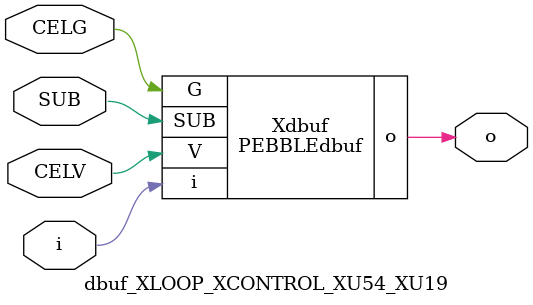
<source format=v>



module PEBBLEdbuf ( o, G, SUB, V, i );

  input V;
  input i;
  input G;
  output o;
  input SUB;
endmodule

//Celera Confidential Do Not Copy dbuf_XLOOP_XCONTROL_XU54_XU19
//Celera Confidential Symbol Generator
//Digital Buffer
module dbuf_XLOOP_XCONTROL_XU54_XU19 (CELV,CELG,i,o,SUB);
input CELV;
input CELG;
input i;
input SUB;
output o;

//Celera Confidential Do Not Copy dbuf
PEBBLEdbuf Xdbuf(
.V (CELV),
.i (i),
.o (o),
.SUB (SUB),
.G (CELG)
);
//,diesize,PEBBLEdbuf

//Celera Confidential Do Not Copy Module End
//Celera Schematic Generator
endmodule

</source>
